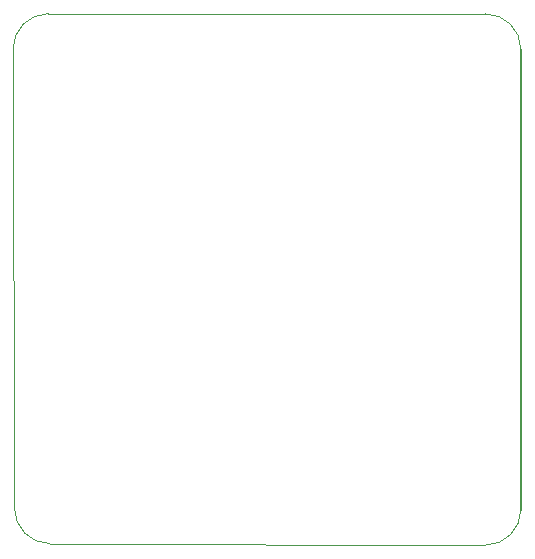
<source format=gbr>
%TF.GenerationSoftware,KiCad,Pcbnew,9.0.4*%
%TF.CreationDate,2025-10-30T13:03:14-05:00*%
%TF.ProjectId,USBCpwr,55534243-7077-4722-9e6b-696361645f70,rev?*%
%TF.SameCoordinates,Original*%
%TF.FileFunction,Profile,NP*%
%FSLAX46Y46*%
G04 Gerber Fmt 4.6, Leading zero omitted, Abs format (unit mm)*
G04 Created by KiCad (PCBNEW 9.0.4) date 2025-10-30 13:03:14*
%MOMM*%
%LPD*%
G01*
G04 APERTURE LIST*
%TA.AperFunction,Profile*%
%ADD10C,0.050000*%
%TD*%
%TA.AperFunction,Profile*%
%ADD11C,0.200000*%
%TD*%
%TA.AperFunction,Profile*%
%ADD12C,0.100000*%
%TD*%
G04 APERTURE END LIST*
D10*
X123000000Y-33021320D02*
X86000000Y-33000000D01*
X83000000Y-36000000D02*
G75*
G02*
X86000000Y-33000000I3000000J0D01*
G01*
D11*
X126000000Y-75000000D02*
X126000000Y-36021320D01*
D12*
X126000000Y-75000000D02*
G75*
G02*
X123000000Y-78000000I-3000000J0D01*
G01*
D10*
X86121320Y-77878680D02*
X123000000Y-78000000D01*
D12*
X123000000Y-33021320D02*
G75*
G02*
X125999980Y-36021320I0J-2999980D01*
G01*
D10*
X83000000Y-36000000D02*
X83121320Y-74878680D01*
X86121320Y-77878680D02*
G75*
G02*
X83121320Y-74878680I-20J2999980D01*
G01*
M02*

</source>
